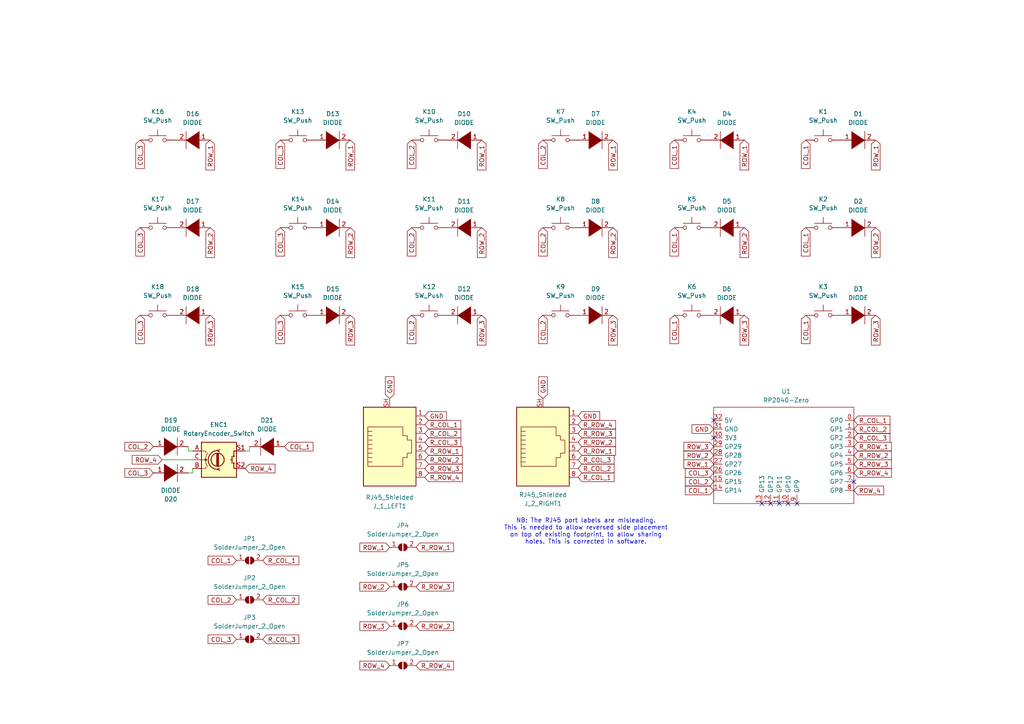
<source format=kicad_sch>
(kicad_sch (version 20231120) (generator "eeschema") (generator_version "8.0")
  (paper "A4")
  (title_block (title "Cheapino") (rev "2") (company "Tompi"))
  (lib_symbols
    (symbol "Connector:RJ45_Shielded" (pin_names (offset 1.016))
      (property "Reference" "J" (at -5.08 13.97 0))
      (property "Value" "RJ45_Shielded" (at 2.54 13.97 0))
      (symbol "RJ45_Shielded_0_1"
        (polyline (pts (xy -5.08 4.445) (xy -6.35 4.445)))
        (polyline (pts (xy -5.08 5.715) (xy -6.35 5.715)))
        (polyline (pts (xy -6.35 -3.175) (xy -5.08 -3.175) (xy -5.08 -3.175)))
        (polyline (pts (xy -6.35 -1.905) (xy -5.08 -1.905) (xy -5.08 -1.905)))
        (polyline (pts (xy -6.35 -0.635) (xy -5.08 -0.635) (xy -5.08 -0.635)))
        (polyline (pts (xy -6.35 0.635) (xy -5.08 0.635) (xy -5.08 0.635)))
        (polyline (pts (xy -6.35 1.905) (xy -5.08 1.905) (xy -5.08 1.905)))
        (polyline (pts (xy -5.08 3.175) (xy -6.35 3.175) (xy -6.35 3.175)))
        (polyline (pts (xy -6.35 -4.445) (xy -6.35 6.985) (xy 3.81 6.985) (xy 3.81 4.445) (xy 5.08 4.445) (xy 5.08 3.175) (xy 6.35 3.175) (xy 6.35 -0.635) (xy 5.08 -0.635) (xy 5.08 -1.905) (xy 3.81 -1.905) (xy 3.81 -4.445) (xy -6.35 -4.445) (xy -6.35 -4.445)))
        (rectangle (start 7.62 12.7) (end -7.62 -10.16) (stroke (width 0.254)) (fill (type background)))
      )
      (symbol "RJ45_Shielded_1_1"
        (pin passive line (at 10.16 -7.62 180) (length 2.54) (name "~") (number "1"))
        (pin passive line (at 10.16 -5.08 180) (length 2.54) (name "~") (number "2"))
        (pin passive line (at 10.16 -2.54 180) (length 2.54) (name "~") (number "3"))
        (pin passive line (at 10.16 0 180) (length 2.54) (name "~") (number "4"))
        (pin passive line (at 10.16 2.54 180) (length 2.54) (name "~") (number "5"))
        (pin passive line (at 10.16 5.08 180) (length 2.54) (name "~") (number "6"))
        (pin passive line (at 10.16 7.62 180) (length 2.54) (name "~") (number "7"))
        (pin passive line (at 10.16 10.16 180) (length 2.54) (name "~") (number "8"))
        (pin passive line (at 0 -12.7 90) (length 2.54) (name "~") (number "SH"))
      )
    )
    (symbol "Device:RotaryEncoder_Switch" (pin_names (offset 0.254) hide)
      (property "Reference" "SW" (at 0 6.604 0))
      (property "Value" "RotaryEncoder_Switch" (at 0 -6.604 0))
      (symbol "RotaryEncoder_Switch_0_1"
        (rectangle (start -5.08 5.08) (end 5.08 -5.08) (stroke (width 0.254)) (fill (type background)))
        (circle (center -3.81 0) (radius 0.254) (fill (type outline)))
        (circle (center -0.381 0) (radius 1.905) (stroke (width 0.254)))
        (arc (start -0.381 2.667) (mid -3.0988 -0.0635) (end -0.381 -2.794) (stroke (width 0.254)))
        (polyline (pts (xy -0.635 -1.778) (xy -0.635 1.778)) (stroke (width 0.254)))
        (polyline (pts (xy -0.381 -1.778) (xy -0.381 1.778)) (stroke (width 0.254)))
        (polyline (pts (xy -0.127 1.778) (xy -0.127 -1.778)) (stroke (width 0.254)))
        (polyline (pts (xy 3.81 0) (xy 3.429 0)) (stroke (width 0.254)))
        (polyline (pts (xy 3.81 1.016) (xy 3.81 -1.016)) (stroke (width 0.254)))
        (polyline (pts (xy -5.08 -2.54) (xy -3.81 -2.54) (xy -3.81 -2.032)))
        (polyline (pts (xy -5.08 2.54) (xy -3.81 2.54) (xy -3.81 2.032)))
        (polyline (pts (xy 0.254 -3.048) (xy -0.508 -2.794) (xy 0.127 -2.413)) (stroke (width 0.254)))
        (polyline (pts (xy 0.254 2.921) (xy -0.508 2.667) (xy 0.127 2.286)) (stroke (width 0.254)))
        (polyline (pts (xy 5.08 -2.54) (xy 4.318 -2.54) (xy 4.318 -1.016)) (stroke (width 0.254)))
        (polyline (pts (xy 5.08 2.54) (xy 4.318 2.54) (xy 4.318 1.016)) (stroke (width 0.254)))
        (polyline (pts (xy -5.08 0) (xy -3.81 0) (xy -3.81 -1.016) (xy -3.302 -2.032)))
        (polyline (pts (xy -4.318 0) (xy -3.81 0) (xy -3.81 1.016) (xy -3.302 2.032)))
        (circle (center 4.318 -1.016) (radius 0.127) (stroke (width 0.254)))
        (circle (center 4.318 1.016) (radius 0.127) (stroke (width 0.254)))
      )
      (symbol "RotaryEncoder_Switch_1_1"
        (pin passive line (at -7.62 2.54 0) (length 2.54) (name "A") (number "A"))
        (pin passive line (at -7.62 -2.54 0) (length 2.54) (name "B") (number "B"))
        (pin passive line (at -7.62 0 0) (length 2.54) (name "C") (number "C"))
        (pin passive line (at 7.62 2.54 180) (length 2.54) (name "S1") (number "S1"))
        (pin passive line (at 7.62 -2.54 180) (length 2.54) (name "S2") (number "S2"))
      )
    )
    (symbol "Jumper:SolderJumper_2_Open" (pin_names (offset 0) hide)
      (property "Reference" "JP" (at 0 2.032 0))
      (property "Value" "SolderJumper_2_Open" (at 0 -2.54 0))
      (symbol "SolderJumper_2_Open_0_1"
        (arc (start -0.254 1.016) (mid -1.2656 0) (end -0.254 -1.016))
        (arc (start -0.254 1.016) (mid -1.2656 0) (end -0.254 -1.016) (fill (type outline)))
        (polyline (pts (xy -0.254 1.016) (xy -0.254 -1.016)))
        (polyline (pts (xy 0.254 1.016) (xy 0.254 -1.016)))
        (arc (start 0.254 -1.016) (mid 1.2656 0) (end 0.254 1.016))
        (arc (start 0.254 -1.016) (mid 1.2656 0) (end 0.254 1.016) (fill (type outline)))
      )
      (symbol "SolderJumper_2_Open_1_1"
        (pin passive line (at -3.81 0 0) (length 2.54) (name "A") (number "1"))
        (pin passive line (at 3.81 0 180) (length 2.54) (name "B") (number "2"))
      )
    )
    (symbol "Switch:SW_Push" (pin_numbers hide) (pin_names (offset 1.016) hide)
      (property "Reference" "SW" (at 1.27 2.54 0))
      (property "Value" "SW_Push" (at 0 -1.524 0))
      (symbol "SW_Push_0_1"
        (circle (center -2.032 0) (radius 0.508))
        (polyline (pts (xy 0 1.27) (xy 0 3.048)))
        (polyline (pts (xy 2.54 1.27) (xy -2.54 1.27)))
        (circle (center 2.032 0) (radius 0.508))
        (pin passive line (at -5.08 0 0) (length 2.54) (name "1") (number "1"))
        (pin passive line (at 5.08 0 180) (length 2.54) (name "2") (number "2"))
      )
    )
    (symbol "project:RP2040-Zero"
      (property "Reference" "U" (at 0 0 0))
      (property "Value" "RP2040-Zero" (at -6.35 22.86 0))
      (symbol "RP2040-Zero_0_0"
        (text "" (at 13.97 13.97 0) (effects (font (size 1.27 1.27))))
        (text "" (at 15.24 21.59 0) (effects (font (size 1.27 1.27))))
      )
      (symbol "RP2040-Zero_0_1"
        (rectangle (start -26.67 36.83) (end 13.97 8.89))
      )
      (symbol "RP2040-Zero_1_1"
        (pin bidirectional line (at 13.97 33.02 180) (length 2.54) (name "GP0") (number "0"))
        (pin bidirectional line (at 13.97 30.48 180) (length 2.54) (name "GP1") (number "1"))
        (pin bidirectional line (at -5.08 8.89 90) (length 2.54) (name "GP10") (number "10"))
        (pin bidirectional line (at -7.62 8.89 90) (length 2.54) (name "GP11") (number "11"))
        (pin bidirectional line (at -10.16 8.89 90) (length 2.54) (name "GP12") (number "12"))
        (pin bidirectional line (at -12.7 8.89 90) (length 2.54) (name "GP13") (number "13"))
        (pin bidirectional line (at -26.67 12.7 0) (length 2.54) (name "GP14") (number "14"))
        (pin bidirectional line (at -26.67 15.24 0) (length 2.54) (name "GP15") (number "15"))
        (pin bidirectional line (at 13.97 27.94 180) (length 2.54) (name "GP2") (number "2"))
        (pin bidirectional line (at -26.67 17.78 0) (length 2.54) (name "GP26") (number "26"))
        (pin bidirectional line (at -26.67 20.32 0) (length 2.54) (name "GP27") (number "27"))
        (pin bidirectional line (at -26.67 22.86 0) (length 2.54) (name "GP28") (number "28"))
        (pin bidirectional line (at -26.67 25.4 0) (length 2.54) (name "GP29") (number "29"))
        (pin bidirectional line (at 13.97 25.4 180) (length 2.54) (name "GP3") (number "3"))
        (pin power_out line (at -26.67 27.94 0) (length 2.54) (name "3V3") (number "30"))
        (pin passive line (at -26.67 30.48 0) (length 2.54) (name "GND") (number "31"))
        (pin power_out line (at -26.67 33.02 0) (length 2.54) (name "5V") (number "32"))
        (pin bidirectional line (at 13.97 22.86 180) (length 2.54) (name "GP4") (number "4"))
        (pin bidirectional line (at 13.97 20.32 180) (length 2.54) (name "GP5") (number "5"))
        (pin bidirectional line (at 13.97 17.78 180) (length 2.54) (name "GP6") (number "6"))
        (pin bidirectional line (at 13.97 15.24 180) (length 2.54) (name "GP7") (number "7"))
        (pin bidirectional line (at 13.97 12.7 180) (length 2.54) (name "GP8") (number "8"))
        (pin bidirectional line (at -2.54 8.89 90) (length 2.54) (name "GP9") (number "9"))
      )
    )
    (symbol "pspice:DIODE" (pin_names (offset 1.016) hide)
      (property "Reference" "D" (at 0 3.81 0))
      (property "Value" "DIODE" (at 0 -4.445 0))
      (symbol "DIODE_0_1"
        (polyline (pts (xy 1.905 2.54) (xy 1.905 -2.54)))
        (polyline (pts (xy -1.905 2.54) (xy -1.905 -2.54) (xy 1.905 0)) (fill (type outline)))
      )
      (symbol "DIODE_1_1"
        (pin input line (at -5.08 0 0) (length 3.81) (name "K") (number "1"))
        (pin input line (at 5.08 0 180) (length 3.81) (name "A") (number "2"))
      )
    )
  )
  (no_connect (at 226.06 146.05))
  (no_connect (at 223.52 146.05))
  (no_connect (at 220.98 146.05))
  (no_connect (at 207.01 121.92))
  (no_connect (at 207.01 127))
  (no_connect (at 231.14 146.05))
  (no_connect (at 228.6 146.05))
  (no_connect (at 247.65 139.7))
  (wire (pts (xy 55.88 137.16) (xy 55.88 135.89)))
  (wire (pts (xy 72.39 129.54) (xy 72.39 130.81)))
  (wire (pts (xy 72.39 130.81) (xy 71.12 130.81)))
  (wire (pts (xy 54.61 137.16) (xy 55.88 137.16)))
  (wire (pts (xy 46.99 133.35) (xy 55.88 133.35)))
  (wire (pts (xy 54.61 130.81) (xy 55.88 130.81)))
  (wire (pts (xy 54.61 129.54) (xy 54.61 130.81)))
  (text "NB: The RJ45 port labels are misleading.\nThis is needed to allow reversed side placement\non top of existing footprint, to allow sharing\nholes. This is corrected in software." (at 169.926 154.178 0) (effects (font (size 1.27 1.27))))
  (global_label "R_ROW_4" (shape input) (at 120.65 193.04 0) (property "Intersheetrefs" "${INTERSHEET_REFS}" (effects (hide yes))))
  (global_label "COL_1" (shape input) (at 233.68 91.44 270) (property "Intersheetrefs" "${INTERSHEET_REFS}" (effects (hide yes))))
  (global_label "COL_1" (shape input) (at 82.55 129.54 0) (property "Intersheetrefs" "${INTERSHEET_REFS}" (effects (hide yes))))
  (global_label "R_COL_2" (shape input) (at 247.65 124.46 0) (property "Intersheetrefs" "${INTERSHEET_REFS}" (effects (hide yes))))
  (global_label "ROW_4" (shape input) (at 113.03 193.04 180) (property "Intersheetrefs" "${INTERSHEET_REFS}" (effects (hide yes))))
  (global_label "R_ROW_3" (shape input) (at 247.65 134.62 0) (property "Intersheetrefs" "${INTERSHEET_REFS}" (effects (hide yes))))
  (global_label "COL_2" (shape input) (at 157.48 40.64 270) (property "Intersheetrefs" "${INTERSHEET_REFS}" (effects (hide yes))))
  (global_label "ROW_1" (shape input) (at 139.7 40.64 270) (property "Intersheetrefs" "${INTERSHEET_REFS}" (effects (hide yes))))
  (global_label "COL_3" (shape input) (at 207.01 137.16 180) (property "Intersheetrefs" "${INTERSHEET_REFS}" (effects (hide yes))))
  (global_label "COL_1" (shape input) (at 195.58 91.44 270) (property "Intersheetrefs" "${INTERSHEET_REFS}" (effects (hide yes))))
  (global_label "R_ROW_2" (shape input) (at 123.19 133.35 0) (property "Intersheetrefs" "${INTERSHEET_REFS}" (effects (hide yes))))
  (global_label "ROW_2" (shape input) (at 207.01 132.08 180) (property "Intersheetrefs" "${INTERSHEET_REFS}" (effects (hide yes))))
  (global_label "R_COL_3" (shape input) (at 247.65 127 0) (property "Intersheetrefs" "${INTERSHEET_REFS}" (effects (hide yes))))
  (global_label "R_COL_1" (shape input) (at 76.2 162.56 0) (property "Intersheetrefs" "${INTERSHEET_REFS}" (effects (hide yes))))
  (global_label "ROW_2" (shape input) (at 113.03 170.18 180) (property "Intersheetrefs" "${INTERSHEET_REFS}" (effects (hide yes))))
  (global_label "R_ROW_3" (shape input) (at 123.19 135.89 0) (property "Intersheetrefs" "${INTERSHEET_REFS}" (effects (hide yes))))
  (global_label "COL_3" (shape input) (at 81.28 66.04 270) (property "Intersheetrefs" "${INTERSHEET_REFS}" (effects (hide yes))))
  (global_label "ROW_2" (shape input) (at 60.96 66.04 270) (property "Intersheetrefs" "${INTERSHEET_REFS}" (effects (hide yes))))
  (global_label "ROW_4" (shape input) (at 46.99 133.35 180) (property "Intersheetrefs" "${INTERSHEET_REFS}" (effects (hide yes))))
  (global_label "ROW_2" (shape input) (at 254 66.04 270) (property "Intersheetrefs" "${INTERSHEET_REFS}" (effects (hide yes))))
  (global_label "ROW_3" (shape input) (at 101.6 91.44 270) (property "Intersheetrefs" "${INTERSHEET_REFS}" (effects (hide yes))))
  (global_label "COL_2" (shape input) (at 119.38 91.44 270) (property "Intersheetrefs" "${INTERSHEET_REFS}" (effects (hide yes))))
  (global_label "GND" (shape input) (at 113.03 115.57 90) (property "Intersheetrefs" "${INTERSHEET_REFS}" (effects (hide yes))))
  (global_label "R_ROW_4" (shape input) (at 167.64 123.19 0) (property "Intersheetrefs" "${INTERSHEET_REFS}" (effects (hide yes))))
  (global_label "COL_3" (shape input) (at 40.64 66.04 270) (property "Intersheetrefs" "${INTERSHEET_REFS}" (effects (hide yes))))
  (global_label "COL_1" (shape input) (at 233.68 66.04 270) (property "Intersheetrefs" "${INTERSHEET_REFS}" (effects (hide yes))))
  (global_label "R_ROW_4" (shape input) (at 123.19 138.43 0) (property "Intersheetrefs" "${INTERSHEET_REFS}" (effects (hide yes))))
  (global_label "COL_2" (shape input) (at 119.38 40.64 270) (property "Intersheetrefs" "${INTERSHEET_REFS}" (effects (hide yes))))
  (global_label "R_ROW_2" (shape input) (at 120.65 181.61 0) (property "Intersheetrefs" "${INTERSHEET_REFS}" (effects (hide yes))))
  (global_label "R_COL_2" (shape input) (at 76.2 173.99 0) (property "Intersheetrefs" "${INTERSHEET_REFS}" (effects (hide yes))))
  (global_label "ROW_1" (shape input) (at 207.01 134.62 180) (property "Intersheetrefs" "${INTERSHEET_REFS}" (effects (hide yes))))
  (global_label "GND" (shape input) (at 157.48 115.57 90) (property "Intersheetrefs" "${INTERSHEET_REFS}" (effects (hide yes))))
  (global_label "R_COL_2" (shape input) (at 167.64 135.89 0) (property "Intersheetrefs" "${INTERSHEET_REFS}" (effects (hide yes))))
  (global_label "COL_3" (shape input) (at 68.58 185.42 180) (property "Intersheetrefs" "${INTERSHEET_REFS}" (effects (hide yes))))
  (global_label "ROW_3" (shape input) (at 207.01 129.54 180) (property "Intersheetrefs" "${INTERSHEET_REFS}" (effects (hide yes))))
  (global_label "R_COL_3" (shape input) (at 76.2 185.42 0) (property "Intersheetrefs" "${INTERSHEET_REFS}" (effects (hide yes))))
  (global_label "R_ROW_2" (shape input) (at 247.65 132.08 0) (property "Intersheetrefs" "${INTERSHEET_REFS}" (effects (hide yes))))
  (global_label "ROW_1" (shape input) (at 113.03 158.75 180) (property "Intersheetrefs" "${INTERSHEET_REFS}" (effects (hide yes))))
  (global_label "ROW_3" (shape input) (at 60.96 91.44 270) (property "Intersheetrefs" "${INTERSHEET_REFS}" (effects (hide yes))))
  (global_label "GND" (shape input) (at 207.01 124.46 180) (property "Intersheetrefs" "${INTERSHEET_REFS}" (effects (hide yes))))
  (global_label "R_ROW_1" (shape input) (at 167.64 130.81 0) (property "Intersheetrefs" "${INTERSHEET_REFS}" (effects (hide yes))))
  (global_label "R_ROW_4" (shape input) (at 247.65 137.16 0) (property "Intersheetrefs" "${INTERSHEET_REFS}" (effects (hide yes))))
  (global_label "COL_1" (shape input) (at 68.58 162.56 180) (property "Intersheetrefs" "${INTERSHEET_REFS}" (effects (hide yes))))
  (global_label "R_COL_2" (shape input) (at 123.19 125.73 0) (property "Intersheetrefs" "${INTERSHEET_REFS}" (effects (hide yes))))
  (global_label "COL_2" (shape input) (at 44.45 129.54 180) (property "Intersheetrefs" "${INTERSHEET_REFS}" (effects (hide yes))))
  (global_label "COL_3" (shape input) (at 40.64 91.44 270) (property "Intersheetrefs" "${INTERSHEET_REFS}" (effects (hide yes))))
  (global_label "ROW_3" (shape input) (at 254 91.44 270) (property "Intersheetrefs" "${INTERSHEET_REFS}" (effects (hide yes))))
  (global_label "COL_1" (shape input) (at 195.58 66.04 270) (property "Intersheetrefs" "${INTERSHEET_REFS}" (effects (hide yes))))
  (global_label "COL_1" (shape input) (at 233.68 40.64 270) (property "Intersheetrefs" "${INTERSHEET_REFS}" (effects (hide yes))))
  (global_label "COL_3" (shape input) (at 81.28 40.64 270) (property "Intersheetrefs" "${INTERSHEET_REFS}" (effects (hide yes))))
  (global_label "R_ROW_2" (shape input) (at 167.64 128.27 0) (property "Intersheetrefs" "${INTERSHEET_REFS}" (effects (hide yes))))
  (global_label "R_COL_1" (shape input) (at 167.64 138.43 0) (property "Intersheetrefs" "${INTERSHEET_REFS}" (effects (hide yes))))
  (global_label "COL_2" (shape input) (at 157.48 66.04 270) (property "Intersheetrefs" "${INTERSHEET_REFS}" (effects (hide yes))))
  (global_label "COL_2" (shape input) (at 119.38 66.04 270) (property "Intersheetrefs" "${INTERSHEET_REFS}" (effects (hide yes))))
  (global_label "R_COL_1" (shape input) (at 123.19 123.19 0) (property "Intersheetrefs" "${INTERSHEET_REFS}" (effects (hide yes))))
  (global_label "ROW_2" (shape input) (at 215.9 66.04 270) (property "Intersheetrefs" "${INTERSHEET_REFS}" (effects (hide yes))))
  (global_label "ROW_4" (shape input) (at 247.65 142.24 0) (property "Intersheetrefs" "${INTERSHEET_REFS}" (effects (hide yes))))
  (global_label "ROW_2" (shape input) (at 101.6 66.04 270) (property "Intersheetrefs" "${INTERSHEET_REFS}" (effects (hide yes))))
  (global_label "R_ROW_3" (shape input) (at 120.65 170.18 0) (property "Intersheetrefs" "${INTERSHEET_REFS}" (effects (hide yes))))
  (global_label "ROW_1" (shape input) (at 254 40.64 270) (property "Intersheetrefs" "${INTERSHEET_REFS}" (effects (hide yes))))
  (global_label "COL_2" (shape input) (at 207.01 139.7 180) (property "Intersheetrefs" "${INTERSHEET_REFS}" (effects (hide yes))))
  (global_label "COL_3" (shape input) (at 81.28 91.44 270) (property "Intersheetrefs" "${INTERSHEET_REFS}" (effects (hide yes))))
  (global_label "ROW_3" (shape input) (at 215.9 91.44 270) (property "Intersheetrefs" "${INTERSHEET_REFS}" (effects (hide yes))))
  (global_label "R_ROW_1" (shape input) (at 120.65 158.75 0) (property "Intersheetrefs" "${INTERSHEET_REFS}" (effects (hide yes))))
  (global_label "ROW_1" (shape input) (at 177.8 40.64 270) (property "Intersheetrefs" "${INTERSHEET_REFS}" (effects (hide yes))))
  (global_label "R_COL_1" (shape input) (at 247.65 121.92 0) (property "Intersheetrefs" "${INTERSHEET_REFS}" (effects (hide yes))))
  (global_label "COL_2" (shape input) (at 157.48 91.44 270) (property "Intersheetrefs" "${INTERSHEET_REFS}" (effects (hide yes))))
  (global_label "ROW_1" (shape input) (at 215.9 40.64 270) (property "Intersheetrefs" "${INTERSHEET_REFS}" (effects (hide yes))))
  (global_label "ROW_4" (shape input) (at 71.12 135.89 0) (property "Intersheetrefs" "${INTERSHEET_REFS}" (effects (hide yes))))
  (global_label "GND" (shape input) (at 123.19 120.65 0) (property "Intersheetrefs" "${INTERSHEET_REFS}" (effects (hide yes))))
  (global_label "R_ROW_1" (shape input) (at 123.19 130.81 0) (property "Intersheetrefs" "${INTERSHEET_REFS}" (effects (hide yes))))
  (global_label "ROW_1" (shape input) (at 101.6 40.64 270) (property "Intersheetrefs" "${INTERSHEET_REFS}" (effects (hide yes))))
  (global_label "ROW_3" (shape input) (at 113.03 181.61 180) (property "Intersheetrefs" "${INTERSHEET_REFS}" (effects (hide yes))))
  (global_label "R_COL_3" (shape input) (at 167.64 133.35 0) (property "Intersheetrefs" "${INTERSHEET_REFS}" (effects (hide yes))))
  (global_label "ROW_2" (shape input) (at 139.7 66.04 270) (property "Intersheetrefs" "${INTERSHEET_REFS}" (effects (hide yes))))
  (global_label "R_ROW_3" (shape input) (at 167.64 125.73 0) (property "Intersheetrefs" "${INTERSHEET_REFS}" (effects (hide yes))))
  (global_label "ROW_1" (shape input) (at 60.96 40.64 270) (property "Intersheetrefs" "${INTERSHEET_REFS}" (effects (hide yes))))
  (global_label "ROW_2" (shape input) (at 177.8 66.04 270) (property "Intersheetrefs" "${INTERSHEET_REFS}" (effects (hide yes))))
  (global_label "ROW_3" (shape input) (at 177.8 91.44 270) (property "Intersheetrefs" "${INTERSHEET_REFS}" (effects (hide yes))))
  (global_label "GND" (shape input) (at 167.64 120.65 0) (property "Intersheetrefs" "${INTERSHEET_REFS}" (effects (hide yes))))
  (global_label "COL_2" (shape input) (at 68.58 173.99 180) (property "Intersheetrefs" "${INTERSHEET_REFS}" (effects (hide yes))))
  (global_label "COL_1" (shape input) (at 195.58 40.64 270) (property "Intersheetrefs" "${INTERSHEET_REFS}" (effects (hide yes))))
  (global_label "COL_3" (shape input) (at 40.64 40.64 270) (property "Intersheetrefs" "${INTERSHEET_REFS}" (effects (hide yes))))
  (global_label "R_ROW_1" (shape input) (at 247.65 129.54 0) (property "Intersheetrefs" "${INTERSHEET_REFS}" (effects (hide yes))))
  (global_label "R_COL_3" (shape input) (at 123.19 128.27 0) (property "Intersheetrefs" "${INTERSHEET_REFS}" (effects (hide yes))))
  (global_label "ROW_3" (shape input) (at 139.7 91.44 270) (property "Intersheetrefs" "${INTERSHEET_REFS}" (effects (hide yes))))
  (global_label "COL_1" (shape input) (at 207.01 142.24 180) (property "Intersheetrefs" "${INTERSHEET_REFS}" (effects (hide yes))))
  (global_label "COL_3" (shape input) (at 44.45 137.16 180) (property "Intersheetrefs" "${INTERSHEET_REFS}" (effects (hide yes))))
  (symbol (lib_id "Switch:SW_Push") (at 238.76 66.04 0) (unit 1)
    (property "Reference" "K2" (at 238.76 57.785 0))
    (property "Value" "SW_Push" (at 238.76 60.325 0))
    (property "Footprint" "project_footprints:Kailh_socket_MX_optional_reversible" (effects (hide yes)))
  )
  (symbol (lib_id "Jumper:SolderJumper_2_Open") (at 116.84 193.04 0) (unit 1)
    (property "Reference" "JP7" (at 116.84 186.69 0))
    (property "Value" "SolderJumper_2_Open" (at 116.84 189.23 0))
    (property "Footprint" "Jumper:SolderJumper-2_P1.3mm_Open_TrianglePad1.0x1.5mm" (effects (hide yes)))
  )
  (symbol (lib_id "Switch:SW_Push") (at 45.72 40.64 0) (unit 1)
    (property "Reference" "K16" (at 45.72 32.385 0))
    (property "Value" "SW_Push" (at 45.72 34.925 0))
    (property "Footprint" "project_footprints:Kailh_socket_MX_optional_reversible" (effects (hide yes)))
  )
  (symbol (lib_id "Jumper:SolderJumper_2_Open") (at 116.84 181.61 0) (unit 1)
    (property "Reference" "JP6" (at 116.84 175.26 0))
    (property "Value" "SolderJumper_2_Open" (at 116.84 177.8 0))
    (property "Footprint" "Jumper:SolderJumper-2_P1.3mm_Open_TrianglePad1.0x1.5mm" (effects (hide yes)))
  )
  (symbol (lib_id "Jumper:SolderJumper_2_Open") (at 116.84 170.18 0) (unit 1)
    (property "Reference" "JP5" (at 116.84 163.83 0))
    (property "Value" "SolderJumper_2_Open" (at 116.84 166.37 0))
    (property "Footprint" "Jumper:SolderJumper-2_P1.3mm_Open_TrianglePad1.0x1.5mm" (effects (hide yes)))
  )
  (symbol (lib_id "pspice:DIODE") (at 96.52 40.64 0) (unit 1)
    (property "Reference" "D13" (at 96.52 33.02 0))
    (property "Value" "DIODE" (at 96.52 35.56 0))
    (property "Footprint" "keebio:Diode-dual" (effects (hide yes)))
  )
  (symbol (lib_id "pspice:DIODE") (at 96.52 91.44 0) (unit 1)
    (property "Reference" "D15" (at 96.52 83.82 0))
    (property "Value" "DIODE" (at 96.52 86.36 0))
    (property "Footprint" "keebio:Diode-dual" (effects (hide yes)))
  )
  (symbol (lib_id "Switch:SW_Push") (at 124.46 40.64 0) (unit 1)
    (property "Reference" "K10" (at 124.46 32.385 0))
    (property "Value" "SW_Push" (at 124.46 34.925 0))
    (property "Footprint" "project_footprints:Kailh_socket_MX_optional_reversible" (effects (hide yes)))
  )
  (symbol (lib_id "pspice:DIODE") (at 49.53 137.16 0) (mirror x) (unit 1)
    (property "Reference" "D20" (at 49.53 144.78 0))
    (property "Value" "DIODE" (at 49.53 142.24 0))
    (property "Footprint" "keebio:Diode-dual" (effects (hide yes)))
  )
  (symbol (lib_id "pspice:DIODE") (at 55.88 91.44 0) (mirror y) (unit 1)
    (property "Reference" "D18" (at 55.88 83.82 0))
    (property "Value" "DIODE" (at 55.88 86.36 0))
    (property "Footprint" "keebio:Diode-dual" (effects (hide yes)))
  )
  (symbol (lib_id "Switch:SW_Push") (at 238.76 40.64 0) (unit 1)
    (property "Reference" "K1" (at 238.76 32.385 0))
    (property "Value" "SW_Push" (at 238.76 34.925 0))
    (property "Footprint" "project_footprints:Kailh_socket_MX_optional_reversible" (effects (hide yes)))
  )
  (symbol (lib_id "Switch:SW_Push") (at 124.46 91.44 0) (unit 1)
    (property "Reference" "K12" (at 124.46 83.185 0))
    (property "Value" "SW_Push" (at 124.46 85.725 0))
    (property "Footprint" "project_footprints:Kailh_socket_MX_optional_reversible" (effects (hide yes)))
  )
  (symbol (lib_id "Jumper:SolderJumper_2_Open") (at 72.39 162.56 0) (unit 1)
    (property "Reference" "JP1" (at 72.39 156.21 0))
    (property "Value" "SolderJumper_2_Open" (at 72.39 158.75 0))
    (property "Footprint" "Jumper:SolderJumper-2_P1.3mm_Open_TrianglePad1.0x1.5mm" (effects (hide yes)))
  )
  (symbol (lib_id "pspice:DIODE") (at 49.53 129.54 0) (unit 1)
    (property "Reference" "D19" (at 49.53 121.92 0))
    (property "Value" "DIODE" (at 49.53 124.46 0))
    (property "Footprint" "keebio:Diode-dual" (effects (hide yes)))
  )
  (symbol (lib_id "pspice:DIODE") (at 134.62 40.64 0) (mirror y) (unit 1)
    (property "Reference" "D10" (at 134.62 33.02 0))
    (property "Value" "DIODE" (at 134.62 35.56 0))
    (property "Footprint" "keebio:Diode-dual" (effects (hide yes)))
  )
  (symbol (lib_id "Connector:RJ45_Shielded") (at 113.03 128.27 0) (mirror x) (unit 1)
    (property "Reference" "J_1_LEFT1" (at 113.03 146.812 0))
    (property "Value" "RJ45_Shielded" (at 113.03 144.272 0))
    (property "Footprint" "Connector_RJ:RJ45_Ninigi_GE" (effects (hide yes)))
  )
  (symbol (lib_id "Switch:SW_Push") (at 162.56 40.64 0) (unit 1)
    (property "Reference" "K7" (at 162.56 32.385 0))
    (property "Value" "SW_Push" (at 162.56 34.925 0))
    (property "Footprint" "project_footprints:Kailh_socket_MX_optional_reversible" (effects (hide yes)))
  )
  (symbol (lib_id "pspice:DIODE") (at 96.52 66.04 0) (unit 1)
    (property "Reference" "D14" (at 96.52 58.42 0))
    (property "Value" "DIODE" (at 96.52 60.96 0))
    (property "Footprint" "keebio:Diode-dual" (effects (hide yes)))
  )
  (symbol (lib_id "Switch:SW_Push") (at 200.66 66.04 0) (unit 1)
    (property "Reference" "K5" (at 200.66 57.785 0))
    (property "Value" "SW_Push" (at 200.66 60.325 0))
    (property "Footprint" "project_footprints:Kailh_socket_MX_optional_reversible" (effects (hide yes)))
  )
  (symbol (lib_id "Jumper:SolderJumper_2_Open") (at 116.84 158.75 0) (unit 1)
    (property "Reference" "JP4" (at 116.84 152.4 0))
    (property "Value" "SolderJumper_2_Open" (at 116.84 154.94 0))
    (property "Footprint" "Jumper:SolderJumper-2_P1.3mm_Open_TrianglePad1.0x1.5mm" (effects (hide yes)))
  )
  (symbol (lib_id "pspice:DIODE") (at 172.72 40.64 0) (unit 1)
    (property "Reference" "D7" (at 172.72 33.02 0))
    (property "Value" "DIODE" (at 172.72 35.56 0))
    (property "Footprint" "keebio:Diode-dual" (effects (hide yes)))
  )
  (symbol (lib_id "Switch:SW_Push") (at 200.66 40.64 0) (unit 1)
    (property "Reference" "K4" (at 200.66 32.385 0))
    (property "Value" "SW_Push" (at 200.66 34.925 0))
    (property "Footprint" "project_footprints:Kailh_socket_MX_optional_reversible" (effects (hide yes)))
  )
  (symbol (lib_id "pspice:DIODE") (at 55.88 66.04 0) (mirror y) (unit 1)
    (property "Reference" "D17" (at 55.88 58.42 0))
    (property "Value" "DIODE" (at 55.88 60.96 0))
    (property "Footprint" "keebio:Diode-dual" (effects (hide yes)))
  )
  (symbol (lib_id "Switch:SW_Push") (at 86.36 91.44 0) (unit 1)
    (property "Reference" "K15" (at 86.36 83.185 0))
    (property "Value" "SW_Push" (at 86.36 85.725 0))
    (property "Footprint" "project_footprints:Kailh_socket_MX_optional_reversible" (effects (hide yes)))
  )
  (symbol (lib_id "Switch:SW_Push") (at 45.72 66.04 0) (unit 1)
    (property "Reference" "K17" (at 45.72 57.785 0))
    (property "Value" "SW_Push" (at 45.72 60.325 0))
    (property "Footprint" "project_footprints:Kailh_socket_MX_optional_reversible" (effects (hide yes)))
  )
  (symbol (lib_id "Jumper:SolderJumper_2_Open") (at 72.39 185.42 0) (unit 1)
    (property "Reference" "JP3" (at 72.39 179.07 0))
    (property "Value" "SolderJumper_2_Open" (at 72.39 181.61 0))
    (property "Footprint" "Jumper:SolderJumper-2_P1.3mm_Open_TrianglePad1.0x1.5mm" (effects (hide yes)))
  )
  (symbol (lib_id "pspice:DIODE") (at 248.92 40.64 0) (unit 1)
    (property "Reference" "D1" (at 248.92 33.02 0))
    (property "Value" "DIODE" (at 248.92 35.56 0))
    (property "Footprint" "keebio:Diode-dual" (effects (hide yes)))
  )
  (symbol (lib_id "pspice:DIODE") (at 248.92 91.44 0) (unit 1)
    (property "Reference" "D3" (at 248.92 83.82 0))
    (property "Value" "DIODE" (at 248.92 86.36 0))
    (property "Footprint" "keebio:Diode-dual" (effects (hide yes)))
  )
  (symbol (lib_id "Switch:SW_Push") (at 86.36 66.04 0) (unit 1)
    (property "Reference" "K14" (at 86.36 57.785 0))
    (property "Value" "SW_Push" (at 86.36 60.325 0))
    (property "Footprint" "project_footprints:Kailh_socket_MX_optional_reversible" (effects (hide yes)))
  )
  (symbol (lib_id "project:RP2040-Zero") (at 233.68 154.94 0) (unit 1)
    (property "Reference" "U1" (at 228.0047 113.538 0))
    (property "Value" "RP2040-Zero" (at 228.0047 116.078 0))
    (property "Footprint" "rp2040:MCU_RP2040_Zero_34" (effects (hide yes)))
  )
  (symbol (lib_id "pspice:DIODE") (at 210.82 66.04 0) (mirror y) (unit 1)
    (property "Reference" "D5" (at 210.82 58.42 0))
    (property "Value" "DIODE" (at 210.82 60.96 0))
    (property "Footprint" "keebio:Diode-dual" (effects (hide yes)))
  )
  (symbol (lib_id "pspice:DIODE") (at 210.82 40.64 0) (mirror y) (unit 1)
    (property "Reference" "D4" (at 210.82 33.02 0))
    (property "Value" "DIODE" (at 210.82 35.56 0))
    (property "Footprint" "keebio:Diode-dual" (effects (hide yes)))
  )
  (symbol (lib_id "pspice:DIODE") (at 172.72 91.44 0) (unit 1)
    (property "Reference" "D9" (at 172.72 83.82 0))
    (property "Value" "DIODE" (at 172.72 86.36 0))
    (property "Footprint" "keebio:Diode-dual" (effects (hide yes)))
  )
  (symbol (lib_id "pspice:DIODE") (at 248.92 66.04 0) (unit 1)
    (property "Reference" "D2" (at 248.92 58.42 0))
    (property "Value" "DIODE" (at 248.92 60.96 0))
    (property "Footprint" "keebio:Diode-dual" (effects (hide yes)))
  )
  (symbol (lib_id "pspice:DIODE") (at 210.82 91.44 0) (mirror y) (unit 1)
    (property "Reference" "D6" (at 210.82 83.82 0))
    (property "Value" "DIODE" (at 210.82 86.36 0))
    (property "Footprint" "keebio:Diode-dual" (effects (hide yes)))
  )
  (symbol (lib_id "Switch:SW_Push") (at 162.56 66.04 0) (unit 1)
    (property "Reference" "K8" (at 162.56 57.785 0))
    (property "Value" "SW_Push" (at 162.56 60.325 0))
    (property "Footprint" "project_footprints:Kailh_socket_MX_optional_reversible" (effects (hide yes)))
  )
  (symbol (lib_id "pspice:DIODE") (at 172.72 66.04 0) (unit 1)
    (property "Reference" "D8" (at 172.72 58.42 0))
    (property "Value" "DIODE" (at 172.72 60.96 0))
    (property "Footprint" "keebio:Diode-dual" (effects (hide yes)))
  )
  (symbol (lib_id "Switch:SW_Push") (at 86.36 40.64 0) (unit 1)
    (property "Reference" "K13" (at 86.36 32.385 0))
    (property "Value" "SW_Push" (at 86.36 34.925 0))
    (property "Footprint" "project_footprints:Kailh_socket_MX_optional_reversible" (effects (hide yes)))
  )
  (symbol (lib_id "Jumper:SolderJumper_2_Open") (at 72.39 173.99 0) (unit 1)
    (property "Reference" "JP2" (at 72.39 167.64 0))
    (property "Value" "SolderJumper_2_Open" (at 72.39 170.18 0))
    (property "Footprint" "Jumper:SolderJumper-2_P1.3mm_Open_TrianglePad1.0x1.5mm" (effects (hide yes)))
  )
  (symbol (lib_id "pspice:DIODE") (at 134.62 91.44 0) (mirror y) (unit 1)
    (property "Reference" "D12" (at 134.62 83.82 0))
    (property "Value" "DIODE" (at 134.62 86.36 0))
    (property "Footprint" "keebio:Diode-dual" (effects (hide yes)))
  )
  (symbol (lib_id "Switch:SW_Push") (at 45.72 91.44 0) (unit 1)
    (property "Reference" "K18" (at 45.72 83.185 0))
    (property "Value" "SW_Push" (at 45.72 85.725 0))
    (property "Footprint" "project_footprints:Kailh_socket_MX_optional_reversible" (effects (hide yes)))
  )
  (symbol (lib_id "pspice:DIODE") (at 134.62 66.04 0) (mirror y) (unit 1)
    (property "Reference" "D11" (at 134.62 58.42 0))
    (property "Value" "DIODE" (at 134.62 60.96 0))
    (property "Footprint" "keebio:Diode-dual" (effects (hide yes)))
  )
  (symbol (lib_id "Switch:SW_Push") (at 162.56 91.44 0) (unit 1)
    (property "Reference" "K9" (at 162.56 83.185 0))
    (property "Value" "SW_Push" (at 162.56 85.725 0))
    (property "Footprint" "project_footprints:Kailh_socket_MX_optional_reversible" (effects (hide yes)))
  )
  (symbol (lib_id "Switch:SW_Push") (at 124.46 66.04 0) (unit 1)
    (property "Reference" "K11" (at 124.46 57.785 0))
    (property "Value" "SW_Push" (at 124.46 60.325 0))
    (property "Footprint" "project_footprints:Kailh_socket_MX_optional_reversible" (effects (hide yes)))
  )
  (symbol (lib_id "Connector:RJ45_Shielded") (at 157.48 128.27 0) (mirror x) (unit 1)
    (property "Reference" "J_2_RIGHT1" (at 157.48 146.05 0))
    (property "Value" "RJ45_Shielded" (at 157.48 143.51 0))
    (property "Footprint" "Connector_RJ:RJ45_Ninigi_GE" (effects (hide yes)))
  )
  (symbol (lib_id "pspice:DIODE") (at 55.88 40.64 0) (mirror y) (unit 1)
    (property "Reference" "D16" (at 55.88 33.02 0))
    (property "Value" "DIODE" (at 55.88 35.56 0))
    (property "Footprint" "keyboard_parts:D_SOD123_axial" (effects (hide yes)))
  )
  (symbol (lib_id "Switch:SW_Push") (at 200.66 91.44 0) (unit 1)
    (property "Reference" "K6" (at 200.66 83.185 0))
    (property "Value" "SW_Push" (at 200.66 85.725 0))
    (property "Footprint" "project_footprints:Kailh_socket_MX_optional_reversible" (effects (hide yes)))
  )
  (symbol (lib_id "pspice:DIODE") (at 77.47 129.54 0) (mirror y) (unit 1)
    (property "Reference" "D21" (at 77.47 121.92 0))
    (property "Value" "DIODE" (at 77.47 124.46 0))
    (property "Footprint" "keebio:Diode-dual" (effects (hide yes)))
  )
  (symbol (lib_id "Device:RotaryEncoder_Switch") (at 63.5 133.35 0) (unit 1)
    (property "Reference" "ENC1" (at 63.5 123.19 0))
    (property "Value" "RotaryEncoder_Switch" (at 63.5 125.73 0))
    (property "Footprint" "Rotary_Encoder:RotaryEncoder_Alps_EC11E-Switch_Vertical_H20mm" (effects (hide yes)))
  )
  (symbol (lib_id "Switch:SW_Push") (at 238.76 91.44 0) (unit 1)
    (property "Reference" "K3" (at 238.76 83.185 0))
    (property "Value" "SW_Push" (at 238.76 85.725 0))
    (property "Footprint" "project_footprints:Kailh_socket_MX_optional_reversible" (effects (hide yes)))
  )
)
</source>
